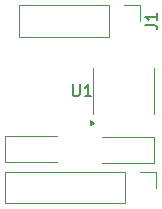
<source format=gbr>
%TF.GenerationSoftware,KiCad,Pcbnew,8.0.6*%
%TF.CreationDate,2025-02-01T11:22:55-03:00*%
%TF.ProjectId,breadboard-voltmeter-r00,62726561-6462-46f6-9172-642d766f6c74,rev?*%
%TF.SameCoordinates,Original*%
%TF.FileFunction,Legend,Top*%
%TF.FilePolarity,Positive*%
%FSLAX46Y46*%
G04 Gerber Fmt 4.6, Leading zero omitted, Abs format (unit mm)*
G04 Created by KiCad (PCBNEW 8.0.6) date 2025-02-01 11:22:55*
%MOMM*%
%LPD*%
G01*
G04 APERTURE LIST*
%ADD10C,0.150000*%
%ADD11C,0.120000*%
G04 APERTURE END LIST*
D10*
X133384819Y-47333333D02*
X134099104Y-47333333D01*
X134099104Y-47333333D02*
X134241961Y-47380952D01*
X134241961Y-47380952D02*
X134337200Y-47476190D01*
X134337200Y-47476190D02*
X134384819Y-47619047D01*
X134384819Y-47619047D02*
X134384819Y-47714285D01*
X134384819Y-46333333D02*
X134384819Y-46904761D01*
X134384819Y-46619047D02*
X133384819Y-46619047D01*
X133384819Y-46619047D02*
X133527676Y-46714285D01*
X133527676Y-46714285D02*
X133622914Y-46809523D01*
X133622914Y-46809523D02*
X133670533Y-46904761D01*
X127238095Y-52354819D02*
X127238095Y-53164342D01*
X127238095Y-53164342D02*
X127285714Y-53259580D01*
X127285714Y-53259580D02*
X127333333Y-53307200D01*
X127333333Y-53307200D02*
X127428571Y-53354819D01*
X127428571Y-53354819D02*
X127619047Y-53354819D01*
X127619047Y-53354819D02*
X127714285Y-53307200D01*
X127714285Y-53307200D02*
X127761904Y-53259580D01*
X127761904Y-53259580D02*
X127809523Y-53164342D01*
X127809523Y-53164342D02*
X127809523Y-52354819D01*
X128809523Y-53354819D02*
X128238095Y-53354819D01*
X128523809Y-53354819D02*
X128523809Y-52354819D01*
X128523809Y-52354819D02*
X128428571Y-52497676D01*
X128428571Y-52497676D02*
X128333333Y-52592914D01*
X128333333Y-52592914D02*
X128238095Y-52640533D01*
D11*
%TO.C,J2*%
X134290000Y-59770000D02*
X134290000Y-61100000D01*
X132960000Y-59770000D02*
X134290000Y-59770000D01*
X131690000Y-59770000D02*
X121470000Y-59770000D01*
X131690000Y-59770000D02*
X131690000Y-62430000D01*
X121470000Y-59770000D02*
X121470000Y-62430000D01*
X131690000Y-62430000D02*
X121470000Y-62430000D01*
%TO.C,D1*%
X125870000Y-56690000D02*
X121460000Y-56690000D01*
X121460000Y-58910000D02*
X125870000Y-58910000D01*
X121460000Y-56690000D02*
X121460000Y-58910000D01*
%TO.C,J1*%
X122650000Y-45670000D02*
X122650000Y-48330000D01*
X130330000Y-45670000D02*
X122650000Y-45670000D01*
X130330000Y-45670000D02*
X130330000Y-48330000D01*
X130330000Y-48330000D02*
X122650000Y-48330000D01*
X131600000Y-45670000D02*
X132930000Y-45670000D01*
X132930000Y-45670000D02*
X132930000Y-47000000D01*
%TO.C,D2*%
X134080000Y-59010000D02*
X134080000Y-56790000D01*
X134080000Y-56790000D02*
X129670000Y-56790000D01*
X129670000Y-59010000D02*
X134080000Y-59010000D01*
%TO.C,U1*%
X128960000Y-52900000D02*
X128960000Y-54850000D01*
X128960000Y-52900000D02*
X128960000Y-50950000D01*
X134080000Y-52900000D02*
X134080000Y-54850000D01*
X134080000Y-52900000D02*
X134080000Y-50950000D01*
X129055000Y-55600000D02*
X128725000Y-55840000D01*
X128725000Y-55360000D01*
X129055000Y-55600000D01*
G36*
X129055000Y-55600000D02*
G01*
X128725000Y-55840000D01*
X128725000Y-55360000D01*
X129055000Y-55600000D01*
G37*
%TD*%
M02*

</source>
